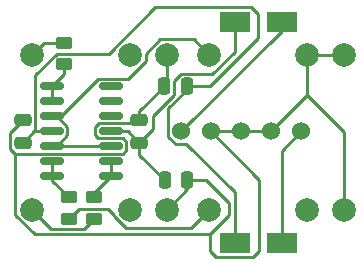
<source format=gbr>
%TF.GenerationSoftware,KiCad,Pcbnew,(6.0.2)*%
%TF.CreationDate,2022-04-19T11:47:42+01:00*%
%TF.ProjectId,1u-mult,31752d6d-756c-4742-9e6b-696361645f70,rev?*%
%TF.SameCoordinates,Original*%
%TF.FileFunction,Copper,L1,Top*%
%TF.FilePolarity,Positive*%
%FSLAX46Y46*%
G04 Gerber Fmt 4.6, Leading zero omitted, Abs format (unit mm)*
G04 Created by KiCad (PCBNEW (6.0.2)) date 2022-04-19 11:47:42*
%MOMM*%
%LPD*%
G01*
G04 APERTURE LIST*
G04 Aperture macros list*
%AMRoundRect*
0 Rectangle with rounded corners*
0 $1 Rounding radius*
0 $2 $3 $4 $5 $6 $7 $8 $9 X,Y pos of 4 corners*
0 Add a 4 corners polygon primitive as box body*
4,1,4,$2,$3,$4,$5,$6,$7,$8,$9,$2,$3,0*
0 Add four circle primitives for the rounded corners*
1,1,$1+$1,$2,$3*
1,1,$1+$1,$4,$5*
1,1,$1+$1,$6,$7*
1,1,$1+$1,$8,$9*
0 Add four rect primitives between the rounded corners*
20,1,$1+$1,$2,$3,$4,$5,0*
20,1,$1+$1,$4,$5,$6,$7,0*
20,1,$1+$1,$6,$7,$8,$9,0*
20,1,$1+$1,$8,$9,$2,$3,0*%
G04 Aperture macros list end*
%TA.AperFunction,SMDPad,CuDef*%
%ADD10R,2.500000X1.800000*%
%TD*%
%TA.AperFunction,SMDPad,CuDef*%
%ADD11RoundRect,0.150000X-0.825000X-0.150000X0.825000X-0.150000X0.825000X0.150000X-0.825000X0.150000X0*%
%TD*%
%TA.AperFunction,ComponentPad*%
%ADD12C,1.524000*%
%TD*%
%TA.AperFunction,SMDPad,CuDef*%
%ADD13RoundRect,0.250000X0.250000X0.475000X-0.250000X0.475000X-0.250000X-0.475000X0.250000X-0.475000X0*%
%TD*%
%TA.AperFunction,SMDPad,CuDef*%
%ADD14RoundRect,0.250000X-0.450000X0.262500X-0.450000X-0.262500X0.450000X-0.262500X0.450000X0.262500X0*%
%TD*%
%TA.AperFunction,SMDPad,CuDef*%
%ADD15RoundRect,0.250000X0.450000X-0.262500X0.450000X0.262500X-0.450000X0.262500X-0.450000X-0.262500X0*%
%TD*%
%TA.AperFunction,ComponentPad*%
%ADD16C,2.000000*%
%TD*%
%TA.AperFunction,SMDPad,CuDef*%
%ADD17RoundRect,0.250000X-0.475000X0.250000X-0.475000X-0.250000X0.475000X-0.250000X0.475000X0.250000X0*%
%TD*%
%TA.AperFunction,SMDPad,CuDef*%
%ADD18RoundRect,0.250000X0.475000X-0.250000X0.475000X0.250000X-0.475000X0.250000X-0.475000X-0.250000X0*%
%TD*%
%TA.AperFunction,Conductor*%
%ADD19C,0.250000*%
%TD*%
G04 APERTURE END LIST*
D10*
%TO.P,D2,2,K*%
%TO.N,-12V*%
X19250000Y-1900000D03*
%TO.P,D2,1,A*%
%TO.N,Net-(J5-Pad1)*%
X23250000Y-1900000D03*
%TD*%
%TO.P,D1,2,K*%
%TO.N,Net-(J5-Pad5)*%
X23250000Y-20600000D03*
%TO.P,D1,1,A*%
%TO.N,+12V*%
X19250000Y-20600000D03*
%TD*%
D11*
%TO.P,IC1,14*%
%TO.N,N/C*%
X8750000Y-7340000D03*
%TO.P,IC1,13*%
X8750000Y-8610000D03*
%TO.P,IC1,12*%
X8750000Y-9880000D03*
%TO.P,IC1,11,V-*%
%TO.N,-12V*%
X8750000Y-11150000D03*
%TO.P,IC1,10,+*%
%TO.N,Net-(J1-Pad3)*%
X8750000Y-12420000D03*
%TO.P,IC1,9,-*%
%TO.N,Net-(R3-Pad1)*%
X8750000Y-13690000D03*
%TO.P,IC1,8*%
X8750000Y-14960000D03*
%TO.P,IC1,7*%
%TO.N,Net-(R2-Pad1)*%
X3800000Y-14960000D03*
%TO.P,IC1,6,-*%
X3800000Y-13690000D03*
%TO.P,IC1,5,+*%
%TO.N,Net-(J1-Pad3)*%
X3800000Y-12420000D03*
%TO.P,IC1,4,V+*%
%TO.N,+12V*%
X3800000Y-11150000D03*
%TO.P,IC1,3,+*%
%TO.N,Net-(J1-Pad3)*%
X3800000Y-9880000D03*
%TO.P,IC1,2,-*%
%TO.N,Net-(R1-Pad1)*%
X3800000Y-8610000D03*
%TO.P,IC1,1*%
X3800000Y-7340000D03*
%TD*%
D12*
%TO.P,J5,5,Pin_5*%
%TO.N,Net-(J5-Pad5)*%
X24880000Y-11170000D03*
%TO.P,J5,4,Pin_4*%
%TO.N,Earth*%
X22340000Y-11170000D03*
%TO.P,J5,3,Pin_3*%
X19800000Y-11170000D03*
%TO.P,J5,2,Pin_2*%
X17260000Y-11170000D03*
%TO.P,J5,1,Pin_1*%
%TO.N,Net-(J5-Pad1)*%
X14720000Y-11170000D03*
%TD*%
D13*
%TO.P,C2,2*%
%TO.N,-12V*%
X13350000Y-15300000D03*
%TO.P,C2,1*%
%TO.N,Earth*%
X15250000Y-15300000D03*
%TD*%
%TO.P,C1,2*%
%TO.N,Earth*%
X13300000Y-7350000D03*
%TO.P,C1,1*%
%TO.N,+12V*%
X15200000Y-7350000D03*
%TD*%
D14*
%TO.P,R3,2*%
%TO.N,Net-(J4-Pad3)*%
X7350000Y-18562500D03*
%TO.P,R3,1*%
%TO.N,Net-(R3-Pad1)*%
X7350000Y-16737500D03*
%TD*%
%TO.P,R2,2*%
%TO.N,Net-(J3-Pad3)*%
X5200000Y-18562500D03*
%TO.P,R2,1*%
%TO.N,Net-(R2-Pad1)*%
X5200000Y-16737500D03*
%TD*%
D15*
%TO.P,R1,2*%
%TO.N,Net-(J2-Pad3)*%
X4800000Y-3675000D03*
%TO.P,R1,1*%
%TO.N,Net-(R1-Pad1)*%
X4800000Y-5500000D03*
%TD*%
D16*
%TO.P,J4,3,T*%
%TO.N,Net-(J4-Pad3)*%
X2100000Y-17800000D03*
%TO.P,J4,2,TN*%
%TO.N,unconnected-(J4-Pad2)*%
X10400000Y-17800000D03*
%TO.P,J4,1,E*%
%TO.N,Earth*%
X13500000Y-17800000D03*
%TD*%
%TO.P,J3,3,T*%
%TO.N,Net-(J3-Pad3)*%
X17100000Y-17800000D03*
%TO.P,J3,2,TN*%
%TO.N,unconnected-(J3-Pad2)*%
X25400000Y-17800000D03*
%TO.P,J3,1,E*%
%TO.N,Earth*%
X28500000Y-17800000D03*
%TD*%
%TO.P,J2,3,T*%
%TO.N,Net-(J2-Pad3)*%
X2100000Y-4700000D03*
%TO.P,J2,2,TN*%
%TO.N,unconnected-(J2-Pad2)*%
X10400000Y-4700000D03*
%TO.P,J2,1,E*%
%TO.N,Earth*%
X13500000Y-4700000D03*
%TD*%
%TO.P,J1,3,T*%
%TO.N,Net-(J1-Pad3)*%
X17100000Y-4700000D03*
%TO.P,J1,2,TN*%
%TO.N,Earth*%
X25400000Y-4700000D03*
%TO.P,J1,1,E*%
X28500000Y-4700000D03*
%TD*%
D17*
%TO.P,C4,2*%
%TO.N,-12V*%
X11200000Y-12150000D03*
%TO.P,C4,1*%
%TO.N,Earth*%
X11200000Y-10250000D03*
%TD*%
D18*
%TO.P,C3,2*%
%TO.N,Earth*%
X1300000Y-10250000D03*
%TO.P,C3,1*%
%TO.N,+12V*%
X1300000Y-12150000D03*
%TD*%
D19*
%TO.N,+12V*%
X13633489Y-9216511D02*
X15200000Y-7650000D01*
X14269951Y-12256511D02*
X13633489Y-11620049D01*
X15170049Y-12256511D02*
X14269951Y-12256511D01*
X13633489Y-11620049D02*
X13633489Y-9216511D01*
X19250000Y-16336462D02*
X15170049Y-12256511D01*
X15200000Y-7650000D02*
X15200000Y-7350000D01*
X19250000Y-20600000D02*
X19250000Y-16336462D01*
%TO.N,Net-(J5-Pad5)*%
X23250000Y-12800000D02*
X24880000Y-11170000D01*
X23250000Y-20600000D02*
X23250000Y-12800000D01*
%TO.N,Net-(J5-Pad1)*%
X23250000Y-2640000D02*
X14720000Y-11170000D01*
X23250000Y-1900000D02*
X23250000Y-2640000D01*
%TO.N,-12V*%
X12337493Y-11012507D02*
X11200000Y-12150000D01*
X12337493Y-9850000D02*
X12337493Y-11012507D01*
X14124520Y-8062973D02*
X12337493Y-9850000D01*
X14124520Y-6887987D02*
X14124520Y-8062973D01*
X19250000Y-4423143D02*
X17372663Y-6300480D01*
X19250000Y-1900000D02*
X19250000Y-4423143D01*
X17372663Y-6300480D02*
X14712027Y-6300480D01*
X14712027Y-6300480D02*
X14124520Y-6887987D01*
%TO.N,Net-(J4-Pad3)*%
X6512980Y-19399520D02*
X7350000Y-18562500D01*
X2100000Y-17800000D02*
X3699520Y-19399520D01*
X3699520Y-19399520D02*
X6512980Y-19399520D01*
%TO.N,Net-(J3-Pad3)*%
X9075489Y-18348632D02*
X10076857Y-19350000D01*
X9075489Y-18248632D02*
X9075489Y-18348632D01*
X10076857Y-19350000D02*
X15550000Y-19350000D01*
X8552337Y-17725480D02*
X9075489Y-18248632D01*
X6037020Y-17725480D02*
X8552337Y-17725480D01*
X5200000Y-18562500D02*
X6037020Y-17725480D01*
X15550000Y-19350000D02*
X17100000Y-17800000D01*
%TO.N,Earth*%
X15250000Y-16050000D02*
X15250000Y-15300000D01*
X13500000Y-17800000D02*
X15250000Y-16050000D01*
%TO.N,+12V*%
X17150000Y-7350000D02*
X15200000Y-7350000D01*
X21200000Y-3300000D02*
X17150000Y-7350000D01*
X12551368Y-675489D02*
X20675489Y-675489D01*
X20675489Y-675489D02*
X21200000Y-1200000D01*
X4175007Y-4600000D02*
X8626857Y-4600000D01*
X21200000Y-1200000D02*
X21200000Y-3300000D01*
X2349520Y-11100480D02*
X2349520Y-6425487D01*
X2349520Y-6425487D02*
X4175007Y-4600000D01*
X8626857Y-4600000D02*
X12551368Y-675489D01*
X2300000Y-11150000D02*
X2349520Y-11100480D01*
%TO.N,Earth*%
X662507Y-18235650D02*
X2327835Y-19900978D01*
X2327835Y-19900978D02*
X17150000Y-19900978D01*
X662507Y-13050000D02*
X662507Y-18235650D01*
X17150000Y-21299022D02*
X17675489Y-21824511D01*
X15250000Y-15300000D02*
X16850000Y-15300000D01*
X16850000Y-15300000D02*
X18800480Y-17250480D01*
X18800480Y-18250498D02*
X17150000Y-19900978D01*
X18800480Y-17250480D02*
X18800480Y-18250498D01*
X17150000Y-19900978D02*
X17150000Y-21299022D01*
X17675489Y-21824511D02*
X20824511Y-21824511D01*
X20824511Y-21824511D02*
X21350000Y-21299022D01*
X21350000Y-21299022D02*
X21350000Y-15260000D01*
X21350000Y-15260000D02*
X17260000Y-11170000D01*
X28500000Y-17800000D02*
X28500000Y-11210000D01*
X28500000Y-11210000D02*
X25400000Y-8110000D01*
X25400000Y-8110000D02*
X22340000Y-11170000D01*
X25400000Y-4700000D02*
X25400000Y-8110000D01*
%TO.N,-12V*%
X11200000Y-13150000D02*
X11200000Y-12150000D01*
X13350000Y-15300000D02*
X11200000Y-13150000D01*
%TO.N,Earth*%
X13500000Y-7150000D02*
X11200000Y-9450000D01*
X13500000Y-4700000D02*
X13500000Y-7150000D01*
X11200000Y-9450000D02*
X11200000Y-10250000D01*
X250000Y-12637493D02*
X250000Y-11300000D01*
X662507Y-13050000D02*
X250000Y-12637493D01*
X9766072Y-13050000D02*
X662507Y-13050000D01*
X10049520Y-12766552D02*
X9766072Y-13050000D01*
X7728448Y-11774520D02*
X9775000Y-11774520D01*
X7450480Y-10803448D02*
X7450480Y-11496552D01*
X7450480Y-11496552D02*
X7728448Y-11774520D01*
X9775000Y-11774520D02*
X10049520Y-12049040D01*
X7749408Y-10504520D02*
X7450480Y-10803448D01*
X10945480Y-10504520D02*
X7749408Y-10504520D01*
X250000Y-11300000D02*
X1300000Y-10250000D01*
X11200000Y-10250000D02*
X10945480Y-10504520D01*
X10049520Y-12049040D02*
X10049520Y-12766552D01*
%TO.N,Net-(J2-Pad3)*%
X3125000Y-3675000D02*
X4800000Y-3675000D01*
X2100000Y-4700000D02*
X3125000Y-3675000D01*
%TO.N,Net-(J1-Pad3)*%
X4563928Y-9880000D02*
X3800000Y-9880000D01*
X7728448Y-6715480D02*
X4563928Y-9880000D01*
X10257663Y-6715480D02*
X7728448Y-6715480D01*
X11724511Y-5248632D02*
X10257663Y-6715480D01*
X11724511Y-4602346D02*
X11724511Y-5248632D01*
X12951368Y-3375489D02*
X11724511Y-4602346D01*
X15775489Y-3375489D02*
X12951368Y-3375489D01*
X17100000Y-4700000D02*
X15775489Y-3375489D01*
X4176072Y-12420000D02*
X3800000Y-12420000D01*
X5100000Y-11496072D02*
X4176072Y-12420000D01*
X5100000Y-10803928D02*
X5100000Y-11496072D01*
X4176072Y-9880000D02*
X5100000Y-10803928D01*
X3800000Y-9880000D02*
X4176072Y-9880000D01*
X3800000Y-12420000D02*
X8750000Y-12420000D01*
%TO.N,Net-(R3-Pad1)*%
X7350000Y-16360000D02*
X8750000Y-14960000D01*
X7350000Y-16737500D02*
X7350000Y-16360000D01*
%TO.N,Net-(R2-Pad1)*%
X3800000Y-15337500D02*
X5200000Y-16737500D01*
X3800000Y-14960000D02*
X3800000Y-15337500D01*
X3800000Y-13690000D02*
X3800000Y-14960000D01*
%TO.N,Net-(R3-Pad1)*%
X8750000Y-14960000D02*
X8750000Y-13690000D01*
%TO.N,Net-(R1-Pad1)*%
X3800000Y-7340000D02*
X3800000Y-8610000D01*
X4800000Y-6340000D02*
X3800000Y-7340000D01*
X4800000Y-5500000D02*
X4800000Y-6340000D01*
%TO.N,Earth*%
X25400000Y-4700000D02*
X28500000Y-4700000D01*
X19800000Y-11170000D02*
X22340000Y-11170000D01*
X17260000Y-11170000D02*
X19800000Y-11170000D01*
%TO.N,-12V*%
X10200000Y-11150000D02*
X8750000Y-11150000D01*
X11200000Y-12150000D02*
X10200000Y-11150000D01*
%TO.N,+12V*%
X2300000Y-11150000D02*
X3800000Y-11150000D01*
X1300000Y-12150000D02*
X2300000Y-11150000D01*
%TD*%
M02*

</source>
